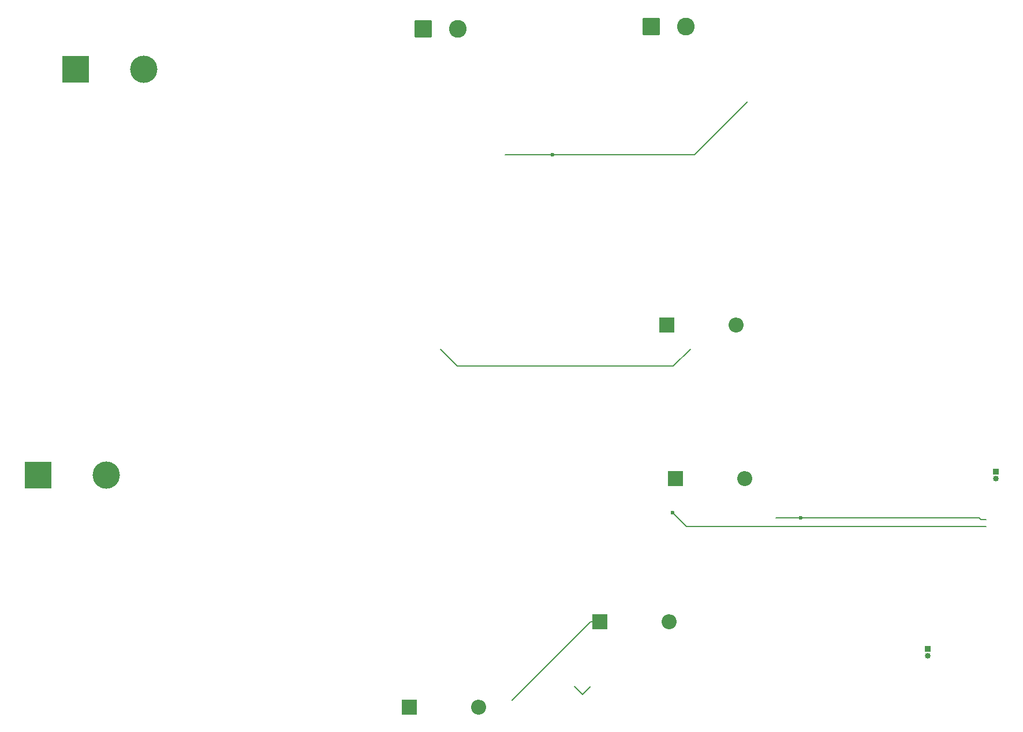
<source format=gbr>
%TF.GenerationSoftware,KiCad,Pcbnew,9.0.0*%
%TF.CreationDate,2025-07-01T12:07:16+05:30*%
%TF.ProjectId,dual dc,6475616c-2064-4632-9e6b-696361645f70,rev?*%
%TF.SameCoordinates,Original*%
%TF.FileFunction,Copper,L1,Top*%
%TF.FilePolarity,Positive*%
%FSLAX46Y46*%
G04 Gerber Fmt 4.6, Leading zero omitted, Abs format (unit mm)*
G04 Created by KiCad (PCBNEW 9.0.0) date 2025-07-01 12:07:16*
%MOMM*%
%LPD*%
G01*
G04 APERTURE LIST*
G04 Aperture macros list*
%AMRoundRect*
0 Rectangle with rounded corners*
0 $1 Rounding radius*
0 $2 $3 $4 $5 $6 $7 $8 $9 X,Y pos of 4 corners*
0 Add a 4 corners polygon primitive as box body*
4,1,4,$2,$3,$4,$5,$6,$7,$8,$9,$2,$3,0*
0 Add four circle primitives for the rounded corners*
1,1,$1+$1,$2,$3*
1,1,$1+$1,$4,$5*
1,1,$1+$1,$6,$7*
1,1,$1+$1,$8,$9*
0 Add four rect primitives between the rounded corners*
20,1,$1+$1,$2,$3,$4,$5,0*
20,1,$1+$1,$4,$5,$6,$7,0*
20,1,$1+$1,$6,$7,$8,$9,0*
20,1,$1+$1,$8,$9,$2,$3,0*%
G04 Aperture macros list end*
%TA.AperFunction,ComponentPad*%
%ADD10R,0.850000X0.850000*%
%TD*%
%TA.AperFunction,ComponentPad*%
%ADD11O,0.850000X0.850000*%
%TD*%
%TA.AperFunction,ComponentPad*%
%ADD12RoundRect,0.250000X-1.050000X-1.050000X1.050000X-1.050000X1.050000X1.050000X-1.050000X1.050000X0*%
%TD*%
%TA.AperFunction,ComponentPad*%
%ADD13C,2.600000*%
%TD*%
%TA.AperFunction,ComponentPad*%
%ADD14R,4.000000X4.000000*%
%TD*%
%TA.AperFunction,ComponentPad*%
%ADD15C,4.000000*%
%TD*%
%TA.AperFunction,ComponentPad*%
%ADD16R,2.200000X2.200000*%
%TD*%
%TA.AperFunction,ComponentPad*%
%ADD17O,2.200000X2.200000*%
%TD*%
%TA.AperFunction,ViaPad*%
%ADD18C,0.600000*%
%TD*%
%TA.AperFunction,Conductor*%
%ADD19C,0.200000*%
%TD*%
G04 APERTURE END LIST*
D10*
%TO.P,J2,1,Pin_1*%
%TO.N,Net-(J2-Pin_1)*%
X192000000Y-134000000D03*
D11*
%TO.P,J2,2,Pin_2*%
%TO.N,Net-(J2-Pin_2)*%
X192000000Y-135000000D03*
%TD*%
D12*
%TO.P,M3,1,+*%
%TO.N,unconnected-(M3-+-Pad1)*%
X118000000Y-43000000D03*
D13*
%TO.P,M3,2,-*%
%TO.N,Net-(J4-Pin_2)*%
X123080000Y-43000000D03*
%TD*%
D12*
%TO.P,M4,1,+*%
%TO.N,Net-(J4-Pin_1)*%
X151455000Y-42672500D03*
D13*
%TO.P,M4,2,-*%
%TO.N,GND*%
X156535000Y-42672500D03*
%TD*%
D14*
%TO.P,C1,1*%
%TO.N,Net-(D1-A)*%
X61500000Y-108500000D03*
D15*
%TO.P,C1,2*%
%TO.N,GND*%
X71500000Y-108500000D03*
%TD*%
D16*
%TO.P,D4,1,K*%
%TO.N,GND*%
X115920000Y-142500000D03*
D17*
%TO.P,D4,2,A*%
%TO.N,Net-(D3-K)*%
X126080000Y-142500000D03*
%TD*%
D14*
%TO.P,J1,1,Pin_1*%
%TO.N,Net-(J1-Pin_1)*%
X67000000Y-49000000D03*
D15*
%TO.P,J1,2,Pin_2*%
%TO.N,GND*%
X77000000Y-49000000D03*
%TD*%
D16*
%TO.P,D1,1,K*%
%TO.N,Net-(D1-K)*%
X153741700Y-86500000D03*
D17*
%TO.P,D1,2,A*%
%TO.N,Net-(D1-A)*%
X163901700Y-86500000D03*
%TD*%
D16*
%TO.P,D3,1,K*%
%TO.N,Net-(D3-K)*%
X143920000Y-130000000D03*
D17*
%TO.P,D3,2,A*%
%TO.N,Net-(D2-K)*%
X154080000Y-130000000D03*
%TD*%
D16*
%TO.P,D2,1,K*%
%TO.N,Net-(D2-K)*%
X155000000Y-109000000D03*
D17*
%TO.P,D2,2,A*%
%TO.N,Net-(D1-K)*%
X165160000Y-109000000D03*
%TD*%
D10*
%TO.P,J4,1,Pin_1*%
%TO.N,Net-(J4-Pin_1)*%
X202000000Y-108000000D03*
D11*
%TO.P,J4,2,Pin_2*%
%TO.N,Net-(J4-Pin_2)*%
X202000000Y-109000000D03*
%TD*%
D18*
%TO.N,GND*%
X136924000Y-61452000D03*
%TO.N,Net-(J4-Pin_2)*%
X154588600Y-113974200D03*
%TO.N,Net-(J4-Pin_1)*%
X173378100Y-114745900D03*
%TD*%
D19*
%TO.N,Net-(D1-A)*%
X154678300Y-92500000D02*
X157178300Y-90000000D01*
X123000000Y-92500000D02*
X154678300Y-92500000D01*
%TO.N,Net-(D3-K)*%
X141339150Y-140679150D02*
X142518300Y-139500000D01*
%TO.N,GND*%
X130000000Y-61452000D02*
X136924000Y-61452000D01*
X157755500Y-61452000D02*
X136924000Y-61452000D01*
X136924000Y-61452000D02*
X130000000Y-61452000D01*
X165535000Y-53672500D02*
X157755500Y-61452000D01*
%TO.N,Net-(D3-K)*%
X143920000Y-130000000D02*
X142518300Y-130000000D01*
X131018300Y-141500000D02*
X142518300Y-130000000D01*
%TO.N,Net-(J4-Pin_2)*%
X200500000Y-116000000D02*
X156614400Y-116000000D01*
X156614400Y-116000000D02*
X154588600Y-113974200D01*
X154588600Y-113974200D02*
X156614400Y-116000000D01*
X156614400Y-116000000D02*
X154588600Y-113974200D01*
%TO.N,Net-(J4-Pin_1)*%
X200500000Y-115000000D02*
X199773300Y-115000000D01*
X199519200Y-114745900D02*
X173378100Y-114745900D01*
X169688500Y-114745900D02*
X173378100Y-114745900D01*
X199773300Y-115000000D02*
X199519200Y-114745900D01*
X173378100Y-114745900D02*
X169688500Y-114745900D01*
%TO.N,Net-(D1-A)*%
X120500000Y-90000000D02*
X123000000Y-92500000D01*
%TO.N,Net-(D3-K)*%
X140160000Y-139500000D02*
X141339150Y-140679150D01*
%TD*%
M02*

</source>
